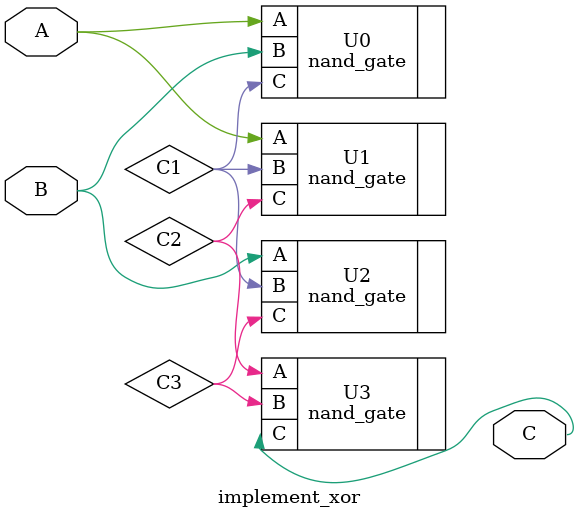
<source format=v>
module implement_xor (A,B,C);
	input wire A;
	input wire B;
	output wire C;
	wire C1, C2, C3;
	nand_gate U0 (.A(A), .B(B), .C(C1));
	nand_gate U1 (.A(A), .B(C1), .C(C2));
	nand_gate U2 (.A(B), .B(C1), .C(C3));
	nand_gate U3 (.A(C2), .B(C3), .C(C));
endmodule
</source>
